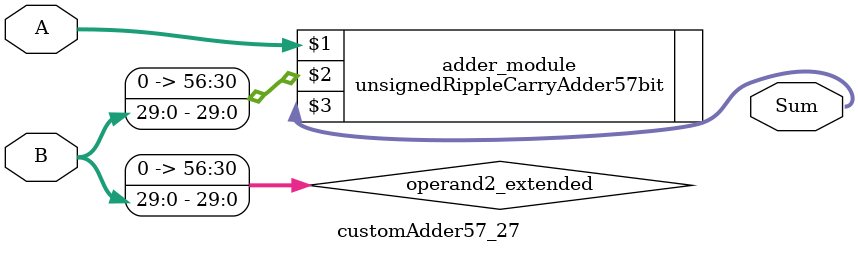
<source format=v>
module customAdder57_27(
                        input [56 : 0] A,
                        input [29 : 0] B,
                        
                        output [57 : 0] Sum
                );

        wire [56 : 0] operand2_extended;
        
        assign operand2_extended =  {27'b0, B};
        
        unsignedRippleCarryAdder57bit adder_module(
            A,
            operand2_extended,
            Sum
        );
        
        endmodule
        
</source>
